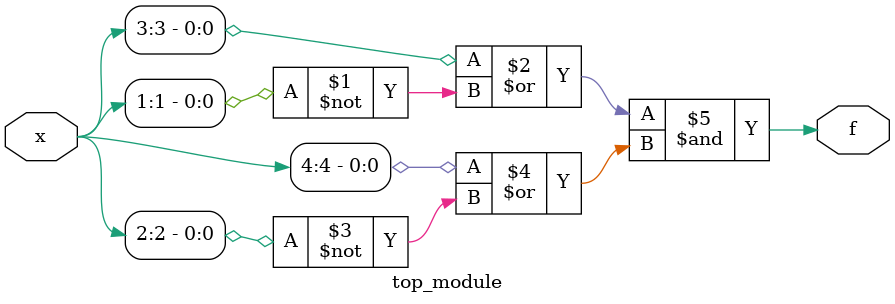
<source format=sv>
module top_module (
    input [4:1] x,
    output wire f
);

assign f = (x[3] | ~x[1]) & (x[4] | ~x[2]);

endmodule

</source>
